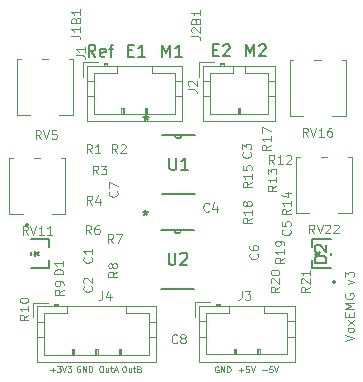
<source format=gbr>
%TF.GenerationSoftware,KiCad,Pcbnew,(5.1.9-0-10_14)*%
%TF.CreationDate,2021-05-07T17:02:22+01:00*%
%TF.ProjectId,EMGSensor3.1,454d4753-656e-4736-9f72-332e312e6b69,rev?*%
%TF.SameCoordinates,Original*%
%TF.FileFunction,Legend,Top*%
%TF.FilePolarity,Positive*%
%FSLAX46Y46*%
G04 Gerber Fmt 4.6, Leading zero omitted, Abs format (unit mm)*
G04 Created by KiCad (PCBNEW (5.1.9-0-10_14)) date 2021-05-07 17:02:22*
%MOMM*%
%LPD*%
G01*
G04 APERTURE LIST*
%ADD10C,0.100000*%
%ADD11C,0.150000*%
%ADD12C,0.152400*%
%ADD13C,0.120000*%
G04 APERTURE END LIST*
D10*
X200274685Y-75022171D02*
X201024685Y-74772171D01*
X200274685Y-74522171D01*
X201024685Y-74165028D02*
X200988971Y-74236457D01*
X200953257Y-74272171D01*
X200881828Y-74307885D01*
X200667542Y-74307885D01*
X200596114Y-74272171D01*
X200560400Y-74236457D01*
X200524685Y-74165028D01*
X200524685Y-74057885D01*
X200560400Y-73986457D01*
X200596114Y-73950742D01*
X200667542Y-73915028D01*
X200881828Y-73915028D01*
X200953257Y-73950742D01*
X200988971Y-73986457D01*
X201024685Y-74057885D01*
X201024685Y-74165028D01*
X201024685Y-73665028D02*
X200524685Y-73272171D01*
X200524685Y-73665028D02*
X201024685Y-73272171D01*
X200631828Y-72986457D02*
X200631828Y-72736457D01*
X201024685Y-72629314D02*
X201024685Y-72986457D01*
X200274685Y-72986457D01*
X200274685Y-72629314D01*
X201024685Y-72307885D02*
X200274685Y-72307885D01*
X200810400Y-72057885D01*
X200274685Y-71807885D01*
X201024685Y-71807885D01*
X200310400Y-71057885D02*
X200274685Y-71129314D01*
X200274685Y-71236457D01*
X200310400Y-71343600D01*
X200381828Y-71415028D01*
X200453257Y-71450742D01*
X200596114Y-71486457D01*
X200703257Y-71486457D01*
X200846114Y-71450742D01*
X200917542Y-71415028D01*
X200988971Y-71343600D01*
X201024685Y-71236457D01*
X201024685Y-71165028D01*
X200988971Y-71057885D01*
X200953257Y-71022171D01*
X200703257Y-71022171D01*
X200703257Y-71165028D01*
X200524685Y-70200742D02*
X201024685Y-70022171D01*
X200524685Y-69843600D01*
X200274685Y-69629314D02*
X200274685Y-69165028D01*
X200560400Y-69415028D01*
X200560400Y-69307885D01*
X200596114Y-69236457D01*
X200631828Y-69200742D01*
X200703257Y-69165028D01*
X200881828Y-69165028D01*
X200953257Y-69200742D01*
X200988971Y-69236457D01*
X201024685Y-69307885D01*
X201024685Y-69522171D01*
X200988971Y-69593600D01*
X200953257Y-69629314D01*
X193286142Y-77505714D02*
X193667095Y-77505714D01*
X194143285Y-77196190D02*
X193905190Y-77196190D01*
X193881380Y-77434285D01*
X193905190Y-77410476D01*
X193952809Y-77386666D01*
X194071857Y-77386666D01*
X194119476Y-77410476D01*
X194143285Y-77434285D01*
X194167095Y-77481904D01*
X194167095Y-77600952D01*
X194143285Y-77648571D01*
X194119476Y-77672380D01*
X194071857Y-77696190D01*
X193952809Y-77696190D01*
X193905190Y-77672380D01*
X193881380Y-77648571D01*
X194309952Y-77196190D02*
X194476619Y-77696190D01*
X194643285Y-77196190D01*
X191304942Y-77505714D02*
X191685895Y-77505714D01*
X191495419Y-77696190D02*
X191495419Y-77315238D01*
X192162085Y-77196190D02*
X191923990Y-77196190D01*
X191900180Y-77434285D01*
X191923990Y-77410476D01*
X191971609Y-77386666D01*
X192090657Y-77386666D01*
X192138276Y-77410476D01*
X192162085Y-77434285D01*
X192185895Y-77481904D01*
X192185895Y-77600952D01*
X192162085Y-77648571D01*
X192138276Y-77672380D01*
X192090657Y-77696190D01*
X191971609Y-77696190D01*
X191923990Y-77672380D01*
X191900180Y-77648571D01*
X192328752Y-77196190D02*
X192495419Y-77696190D01*
X192662085Y-77196190D01*
X189560247Y-77220000D02*
X189512628Y-77196190D01*
X189441200Y-77196190D01*
X189369771Y-77220000D01*
X189322152Y-77267619D01*
X189298342Y-77315238D01*
X189274533Y-77410476D01*
X189274533Y-77481904D01*
X189298342Y-77577142D01*
X189322152Y-77624761D01*
X189369771Y-77672380D01*
X189441200Y-77696190D01*
X189488819Y-77696190D01*
X189560247Y-77672380D01*
X189584057Y-77648571D01*
X189584057Y-77481904D01*
X189488819Y-77481904D01*
X189798342Y-77696190D02*
X189798342Y-77196190D01*
X190084057Y-77696190D01*
X190084057Y-77196190D01*
X190322152Y-77696190D02*
X190322152Y-77196190D01*
X190441200Y-77196190D01*
X190512628Y-77220000D01*
X190560247Y-77267619D01*
X190584057Y-77315238D01*
X190607866Y-77410476D01*
X190607866Y-77481904D01*
X190584057Y-77577142D01*
X190560247Y-77624761D01*
X190512628Y-77672380D01*
X190441200Y-77696190D01*
X190322152Y-77696190D01*
X181552933Y-77196190D02*
X181648171Y-77196190D01*
X181695790Y-77220000D01*
X181743409Y-77267619D01*
X181767219Y-77362857D01*
X181767219Y-77529523D01*
X181743409Y-77624761D01*
X181695790Y-77672380D01*
X181648171Y-77696190D01*
X181552933Y-77696190D01*
X181505314Y-77672380D01*
X181457695Y-77624761D01*
X181433885Y-77529523D01*
X181433885Y-77362857D01*
X181457695Y-77267619D01*
X181505314Y-77220000D01*
X181552933Y-77196190D01*
X182195790Y-77362857D02*
X182195790Y-77696190D01*
X181981504Y-77362857D02*
X181981504Y-77624761D01*
X182005314Y-77672380D01*
X182052933Y-77696190D01*
X182124361Y-77696190D01*
X182171980Y-77672380D01*
X182195790Y-77648571D01*
X182362457Y-77362857D02*
X182552933Y-77362857D01*
X182433885Y-77196190D02*
X182433885Y-77624761D01*
X182457695Y-77672380D01*
X182505314Y-77696190D01*
X182552933Y-77696190D01*
X182886266Y-77434285D02*
X182957695Y-77458095D01*
X182981504Y-77481904D01*
X183005314Y-77529523D01*
X183005314Y-77600952D01*
X182981504Y-77648571D01*
X182957695Y-77672380D01*
X182910076Y-77696190D01*
X182719600Y-77696190D01*
X182719600Y-77196190D01*
X182886266Y-77196190D01*
X182933885Y-77220000D01*
X182957695Y-77243809D01*
X182981504Y-77291428D01*
X182981504Y-77339047D01*
X182957695Y-77386666D01*
X182933885Y-77410476D01*
X182886266Y-77434285D01*
X182719600Y-77434285D01*
X179620147Y-77170790D02*
X179715385Y-77170790D01*
X179763004Y-77194600D01*
X179810623Y-77242219D01*
X179834433Y-77337457D01*
X179834433Y-77504123D01*
X179810623Y-77599361D01*
X179763004Y-77646980D01*
X179715385Y-77670790D01*
X179620147Y-77670790D01*
X179572528Y-77646980D01*
X179524909Y-77599361D01*
X179501100Y-77504123D01*
X179501100Y-77337457D01*
X179524909Y-77242219D01*
X179572528Y-77194600D01*
X179620147Y-77170790D01*
X180263004Y-77337457D02*
X180263004Y-77670790D01*
X180048719Y-77337457D02*
X180048719Y-77599361D01*
X180072528Y-77646980D01*
X180120147Y-77670790D01*
X180191576Y-77670790D01*
X180239195Y-77646980D01*
X180263004Y-77623171D01*
X180429671Y-77337457D02*
X180620147Y-77337457D01*
X180501100Y-77170790D02*
X180501100Y-77599361D01*
X180524909Y-77646980D01*
X180572528Y-77670790D01*
X180620147Y-77670790D01*
X180763004Y-77527933D02*
X181001100Y-77527933D01*
X180715385Y-77670790D02*
X180882052Y-77170790D01*
X181048719Y-77670790D01*
X177850847Y-77194600D02*
X177803228Y-77170790D01*
X177731800Y-77170790D01*
X177660371Y-77194600D01*
X177612752Y-77242219D01*
X177588942Y-77289838D01*
X177565133Y-77385076D01*
X177565133Y-77456504D01*
X177588942Y-77551742D01*
X177612752Y-77599361D01*
X177660371Y-77646980D01*
X177731800Y-77670790D01*
X177779419Y-77670790D01*
X177850847Y-77646980D01*
X177874657Y-77623171D01*
X177874657Y-77456504D01*
X177779419Y-77456504D01*
X178088942Y-77670790D02*
X178088942Y-77170790D01*
X178374657Y-77670790D01*
X178374657Y-77170790D01*
X178612752Y-77670790D02*
X178612752Y-77170790D01*
X178731800Y-77170790D01*
X178803228Y-77194600D01*
X178850847Y-77242219D01*
X178874657Y-77289838D01*
X178898466Y-77385076D01*
X178898466Y-77456504D01*
X178874657Y-77551742D01*
X178850847Y-77599361D01*
X178803228Y-77646980D01*
X178731800Y-77670790D01*
X178612752Y-77670790D01*
X175344247Y-77480314D02*
X175725200Y-77480314D01*
X175534723Y-77670790D02*
X175534723Y-77289838D01*
X175915676Y-77170790D02*
X176225200Y-77170790D01*
X176058533Y-77361266D01*
X176129961Y-77361266D01*
X176177580Y-77385076D01*
X176201390Y-77408885D01*
X176225200Y-77456504D01*
X176225200Y-77575552D01*
X176201390Y-77623171D01*
X176177580Y-77646980D01*
X176129961Y-77670790D01*
X175987104Y-77670790D01*
X175939485Y-77646980D01*
X175915676Y-77623171D01*
X176368057Y-77170790D02*
X176534723Y-77670790D01*
X176701390Y-77170790D01*
X176820438Y-77170790D02*
X177129961Y-77170790D01*
X176963295Y-77361266D01*
X177034723Y-77361266D01*
X177082342Y-77385076D01*
X177106152Y-77408885D01*
X177129961Y-77456504D01*
X177129961Y-77575552D01*
X177106152Y-77623171D01*
X177082342Y-77646980D01*
X177034723Y-77670790D01*
X176891866Y-77670790D01*
X176844247Y-77646980D01*
X176820438Y-77623171D01*
D11*
X191938376Y-50934880D02*
X191938376Y-49934880D01*
X192271709Y-50649166D01*
X192605042Y-49934880D01*
X192605042Y-50934880D01*
X193033614Y-50030119D02*
X193081233Y-49982500D01*
X193176471Y-49934880D01*
X193414566Y-49934880D01*
X193509804Y-49982500D01*
X193557423Y-50030119D01*
X193605042Y-50125357D01*
X193605042Y-50220595D01*
X193557423Y-50363452D01*
X192985995Y-50934880D01*
X193605042Y-50934880D01*
X189123723Y-50411071D02*
X189457057Y-50411071D01*
X189599914Y-50934880D02*
X189123723Y-50934880D01*
X189123723Y-49934880D01*
X189599914Y-49934880D01*
X189980866Y-50030119D02*
X190028485Y-49982500D01*
X190123723Y-49934880D01*
X190361819Y-49934880D01*
X190457057Y-49982500D01*
X190504676Y-50030119D01*
X190552295Y-50125357D01*
X190552295Y-50220595D01*
X190504676Y-50363452D01*
X189933247Y-50934880D01*
X190552295Y-50934880D01*
X184826376Y-50960280D02*
X184826376Y-49960280D01*
X185159709Y-50674566D01*
X185493042Y-49960280D01*
X185493042Y-50960280D01*
X186493042Y-50960280D02*
X185921614Y-50960280D01*
X186207328Y-50960280D02*
X186207328Y-49960280D01*
X186112090Y-50103138D01*
X186016852Y-50198376D01*
X185921614Y-50245995D01*
X181935523Y-50436471D02*
X182268857Y-50436471D01*
X182411714Y-50960280D02*
X181935523Y-50960280D01*
X181935523Y-49960280D01*
X182411714Y-49960280D01*
X183364095Y-50960280D02*
X182792666Y-50960280D01*
X183078380Y-50960280D02*
X183078380Y-49960280D01*
X182983142Y-50103138D01*
X182887904Y-50198376D01*
X182792666Y-50245995D01*
X179160538Y-50973480D02*
X178827204Y-50497290D01*
X178589109Y-50973480D02*
X178589109Y-49973480D01*
X178970061Y-49973480D01*
X179065300Y-50021100D01*
X179112919Y-50068719D01*
X179160538Y-50163957D01*
X179160538Y-50306814D01*
X179112919Y-50402052D01*
X179065300Y-50449671D01*
X178970061Y-50497290D01*
X178589109Y-50497290D01*
X179970061Y-50925861D02*
X179874823Y-50973480D01*
X179684347Y-50973480D01*
X179589109Y-50925861D01*
X179541490Y-50830623D01*
X179541490Y-50449671D01*
X179589109Y-50354433D01*
X179684347Y-50306814D01*
X179874823Y-50306814D01*
X179970061Y-50354433D01*
X180017680Y-50449671D01*
X180017680Y-50544909D01*
X179541490Y-50640147D01*
X180303395Y-50306814D02*
X180684347Y-50306814D01*
X180446252Y-50973480D02*
X180446252Y-50116338D01*
X180493871Y-50021100D01*
X180589109Y-49973480D01*
X180684347Y-49973480D01*
D12*
%TO.C,D2*%
X199072500Y-67754259D02*
X199072500Y-67576941D01*
X199072500Y-66433700D02*
X197472300Y-66433700D01*
X197472300Y-66433700D02*
X197472300Y-67104260D01*
X197472300Y-68897500D02*
X199072500Y-68897500D01*
X197472300Y-68226940D02*
X197472300Y-68897500D01*
X199504300Y-70040500D02*
G75*
G03*
X199504300Y-70040500I-127000J0D01*
G01*
D13*
%TO.C,RV22*%
X200871000Y-59479000D02*
X200871000Y-64219000D01*
X196131000Y-59479000D02*
X196131000Y-64219000D01*
X199741000Y-64219000D02*
X200871000Y-64219000D01*
X196131000Y-64219000D02*
X197261000Y-64219000D01*
X198242000Y-59479000D02*
X198761000Y-59479000D01*
X196131000Y-59479000D02*
X196462000Y-59479000D01*
X200541000Y-59479000D02*
X200871000Y-59479000D01*
%TO.C,J1*%
X178107000Y-51420500D02*
X178107000Y-52670500D01*
X179357000Y-51420500D02*
X178107000Y-51420500D01*
X183467000Y-55830500D02*
X183467000Y-55330500D01*
X183567000Y-55330500D02*
X183567000Y-55830500D01*
X183367000Y-55330500D02*
X183567000Y-55330500D01*
X183367000Y-55830500D02*
X183367000Y-55330500D01*
X181467000Y-55830500D02*
X181467000Y-55330500D01*
X181567000Y-55330500D02*
X181567000Y-55830500D01*
X181367000Y-55330500D02*
X181567000Y-55330500D01*
X181367000Y-55830500D02*
X181367000Y-55330500D01*
X186527000Y-54330500D02*
X185917000Y-54330500D01*
X186527000Y-53030500D02*
X185917000Y-53030500D01*
X178407000Y-54330500D02*
X179017000Y-54330500D01*
X178407000Y-53030500D02*
X179017000Y-53030500D01*
X183967000Y-52330500D02*
X183967000Y-51720500D01*
X185917000Y-52330500D02*
X183967000Y-52330500D01*
X185917000Y-55830500D02*
X185917000Y-52330500D01*
X179017000Y-55830500D02*
X185917000Y-55830500D01*
X179017000Y-52330500D02*
X179017000Y-55830500D01*
X180967000Y-52330500D02*
X179017000Y-52330500D01*
X180967000Y-51720500D02*
X180967000Y-52330500D01*
X180167000Y-51620500D02*
X179867000Y-51620500D01*
X179867000Y-51520500D02*
X179867000Y-51720500D01*
X180167000Y-51520500D02*
X179867000Y-51520500D01*
X180167000Y-51720500D02*
X180167000Y-51520500D01*
X186527000Y-51720500D02*
X178407000Y-51720500D01*
X186527000Y-56440500D02*
X186527000Y-51720500D01*
X178407000Y-56440500D02*
X186527000Y-56440500D01*
X178407000Y-51720500D02*
X178407000Y-56440500D01*
%TO.C,J2*%
X188249500Y-51720500D02*
X188249500Y-56440500D01*
X188249500Y-56440500D02*
X194369500Y-56440500D01*
X194369500Y-56440500D02*
X194369500Y-51720500D01*
X194369500Y-51720500D02*
X188249500Y-51720500D01*
X190009500Y-51720500D02*
X190009500Y-51520500D01*
X190009500Y-51520500D02*
X189709500Y-51520500D01*
X189709500Y-51520500D02*
X189709500Y-51720500D01*
X190009500Y-51620500D02*
X189709500Y-51620500D01*
X190809500Y-51720500D02*
X190809500Y-52330500D01*
X190809500Y-52330500D02*
X188859500Y-52330500D01*
X188859500Y-52330500D02*
X188859500Y-55830500D01*
X188859500Y-55830500D02*
X193759500Y-55830500D01*
X193759500Y-55830500D02*
X193759500Y-52330500D01*
X193759500Y-52330500D02*
X191809500Y-52330500D01*
X191809500Y-52330500D02*
X191809500Y-51720500D01*
X188249500Y-53030500D02*
X188859500Y-53030500D01*
X188249500Y-54330500D02*
X188859500Y-54330500D01*
X194369500Y-53030500D02*
X193759500Y-53030500D01*
X194369500Y-54330500D02*
X193759500Y-54330500D01*
X191209500Y-55830500D02*
X191209500Y-55330500D01*
X191209500Y-55330500D02*
X191409500Y-55330500D01*
X191409500Y-55330500D02*
X191409500Y-55830500D01*
X191309500Y-55830500D02*
X191309500Y-55330500D01*
X189199500Y-51420500D02*
X187949500Y-51420500D01*
X187949500Y-51420500D02*
X187949500Y-52670500D01*
%TO.C,RV5*%
X176919000Y-51198600D02*
X177249000Y-51198600D01*
X172509000Y-51198600D02*
X172840000Y-51198600D01*
X174620000Y-51198600D02*
X175139000Y-51198600D01*
X172509000Y-55938600D02*
X173639000Y-55938600D01*
X176119000Y-55938600D02*
X177249000Y-55938600D01*
X172509000Y-51198600D02*
X172509000Y-55938600D01*
X177249000Y-51198600D02*
X177249000Y-55938600D01*
%TO.C,RV11*%
X176614000Y-59542500D02*
X176614000Y-64282500D01*
X171874000Y-59542500D02*
X171874000Y-64282500D01*
X175484000Y-64282500D02*
X176614000Y-64282500D01*
X171874000Y-64282500D02*
X173004000Y-64282500D01*
X173985000Y-59542500D02*
X174504000Y-59542500D01*
X171874000Y-59542500D02*
X172205000Y-59542500D01*
X176284000Y-59542500D02*
X176614000Y-59542500D01*
%TO.C,RV16*%
X200007600Y-51224000D02*
X200337600Y-51224000D01*
X195597600Y-51224000D02*
X195928600Y-51224000D01*
X197708600Y-51224000D02*
X198227600Y-51224000D01*
X195597600Y-55964000D02*
X196727600Y-55964000D01*
X199207600Y-55964000D02*
X200337600Y-55964000D01*
X195597600Y-51224000D02*
X195597600Y-55964000D01*
X200337600Y-51224000D02*
X200337600Y-55964000D01*
%TO.C,J4*%
X173890600Y-71804000D02*
X173890600Y-73054000D01*
X175140600Y-71804000D02*
X173890600Y-71804000D01*
X181250600Y-76214000D02*
X181250600Y-75714000D01*
X181350600Y-75714000D02*
X181350600Y-76214000D01*
X181150600Y-75714000D02*
X181350600Y-75714000D01*
X181150600Y-76214000D02*
X181150600Y-75714000D01*
X179250600Y-76214000D02*
X179250600Y-75714000D01*
X179350600Y-75714000D02*
X179350600Y-76214000D01*
X179150600Y-75714000D02*
X179350600Y-75714000D01*
X179150600Y-76214000D02*
X179150600Y-75714000D01*
X177250600Y-76214000D02*
X177250600Y-75714000D01*
X177350600Y-75714000D02*
X177350600Y-76214000D01*
X177150600Y-75714000D02*
X177350600Y-75714000D01*
X177150600Y-76214000D02*
X177150600Y-75714000D01*
X184310600Y-74714000D02*
X183700600Y-74714000D01*
X184310600Y-73414000D02*
X183700600Y-73414000D01*
X174190600Y-74714000D02*
X174800600Y-74714000D01*
X174190600Y-73414000D02*
X174800600Y-73414000D01*
X181750600Y-72714000D02*
X181750600Y-72104000D01*
X183700600Y-72714000D02*
X181750600Y-72714000D01*
X183700600Y-76214000D02*
X183700600Y-72714000D01*
X174800600Y-76214000D02*
X183700600Y-76214000D01*
X174800600Y-72714000D02*
X174800600Y-76214000D01*
X176750600Y-72714000D02*
X174800600Y-72714000D01*
X176750600Y-72104000D02*
X176750600Y-72714000D01*
X175950600Y-72004000D02*
X175650600Y-72004000D01*
X175650600Y-71904000D02*
X175650600Y-72104000D01*
X175950600Y-71904000D02*
X175650600Y-71904000D01*
X175950600Y-72104000D02*
X175950600Y-71904000D01*
X184310600Y-72104000D02*
X174190600Y-72104000D01*
X184310600Y-76824000D02*
X184310600Y-72104000D01*
X174190600Y-76824000D02*
X184310600Y-76824000D01*
X174190600Y-72104000D02*
X174190600Y-76824000D01*
%TO.C,J3*%
X187906600Y-72078600D02*
X187906600Y-76798600D01*
X187906600Y-76798600D02*
X196026600Y-76798600D01*
X196026600Y-76798600D02*
X196026600Y-72078600D01*
X196026600Y-72078600D02*
X187906600Y-72078600D01*
X189666600Y-72078600D02*
X189666600Y-71878600D01*
X189666600Y-71878600D02*
X189366600Y-71878600D01*
X189366600Y-71878600D02*
X189366600Y-72078600D01*
X189666600Y-71978600D02*
X189366600Y-71978600D01*
X190466600Y-72078600D02*
X190466600Y-72688600D01*
X190466600Y-72688600D02*
X188516600Y-72688600D01*
X188516600Y-72688600D02*
X188516600Y-76188600D01*
X188516600Y-76188600D02*
X195416600Y-76188600D01*
X195416600Y-76188600D02*
X195416600Y-72688600D01*
X195416600Y-72688600D02*
X193466600Y-72688600D01*
X193466600Y-72688600D02*
X193466600Y-72078600D01*
X187906600Y-73388600D02*
X188516600Y-73388600D01*
X187906600Y-74688600D02*
X188516600Y-74688600D01*
X196026600Y-73388600D02*
X195416600Y-73388600D01*
X196026600Y-74688600D02*
X195416600Y-74688600D01*
X190866600Y-76188600D02*
X190866600Y-75688600D01*
X190866600Y-75688600D02*
X191066600Y-75688600D01*
X191066600Y-75688600D02*
X191066600Y-76188600D01*
X190966600Y-76188600D02*
X190966600Y-75688600D01*
X192866600Y-76188600D02*
X192866600Y-75688600D01*
X192866600Y-75688600D02*
X193066600Y-75688600D01*
X193066600Y-75688600D02*
X193066600Y-76188600D01*
X192966600Y-76188600D02*
X192966600Y-75688600D01*
X188856600Y-71778600D02*
X187606600Y-71778600D01*
X187606600Y-71778600D02*
X187606600Y-73028600D01*
D12*
%TO.C,D1*%
X173494700Y-65265300D02*
G75*
G03*
X173494700Y-65265300I-127000J0D01*
G01*
X175272700Y-67078860D02*
X175272700Y-66408300D01*
X175272700Y-66408300D02*
X173672500Y-66408300D01*
X175272700Y-68872100D02*
X175272700Y-68201540D01*
X173672500Y-68872100D02*
X175272700Y-68872100D01*
X173672500Y-67551541D02*
X173672500Y-67728859D01*
%TO.C,U1*%
X187555653Y-57594500D02*
X184808347Y-57594500D01*
X184808347Y-62598300D02*
X187555653Y-62598300D01*
X185877200Y-57594500D02*
G75*
G03*
X186486800Y-57594500I304800J0D01*
G01*
%TO.C,U2*%
X184744847Y-70637400D02*
X187492153Y-70637400D01*
X187492153Y-65633600D02*
X184744847Y-65633600D01*
X185813700Y-65633600D02*
G75*
G03*
X186423300Y-65633600I304800J0D01*
G01*
%TO.C,D2*%
D11*
X198724780Y-68403695D02*
X197724780Y-68403695D01*
X197724780Y-68165600D01*
X197772400Y-68022742D01*
X197867638Y-67927504D01*
X197962876Y-67879885D01*
X198153352Y-67832266D01*
X198296209Y-67832266D01*
X198486685Y-67879885D01*
X198581923Y-67927504D01*
X198677161Y-68022742D01*
X198724780Y-68165600D01*
X198724780Y-68403695D01*
X197820019Y-67451314D02*
X197772400Y-67403695D01*
X197724780Y-67308457D01*
X197724780Y-67070361D01*
X197772400Y-66975123D01*
X197820019Y-66927504D01*
X197915257Y-66879885D01*
X198010495Y-66879885D01*
X198153352Y-66927504D01*
X198724780Y-67498933D01*
X198724780Y-66879885D01*
X197724780Y-67665600D02*
X197962876Y-67665600D01*
X197867638Y-67903695D02*
X197962876Y-67665600D01*
X197867638Y-67427504D01*
X198153352Y-67808457D02*
X197962876Y-67665600D01*
X198153352Y-67522742D01*
%TO.C,R9*%
D10*
X176462885Y-70686200D02*
X176105742Y-70936200D01*
X176462885Y-71114771D02*
X175712885Y-71114771D01*
X175712885Y-70829057D01*
X175748600Y-70757628D01*
X175784314Y-70721914D01*
X175855742Y-70686200D01*
X175962885Y-70686200D01*
X176034314Y-70721914D01*
X176070028Y-70757628D01*
X176105742Y-70829057D01*
X176105742Y-71114771D01*
X176462885Y-70329057D02*
X176462885Y-70186200D01*
X176427171Y-70114771D01*
X176391457Y-70079057D01*
X176284314Y-70007628D01*
X176141457Y-69971914D01*
X175855742Y-69971914D01*
X175784314Y-70007628D01*
X175748600Y-70043342D01*
X175712885Y-70114771D01*
X175712885Y-70257628D01*
X175748600Y-70329057D01*
X175784314Y-70364771D01*
X175855742Y-70400485D01*
X176034314Y-70400485D01*
X176105742Y-70364771D01*
X176141457Y-70329057D01*
X176177171Y-70257628D01*
X176177171Y-70114771D01*
X176141457Y-70043342D01*
X176105742Y-70007628D01*
X176034314Y-69971914D01*
%TO.C,RV22*%
X197696428Y-65939285D02*
X197446428Y-65582142D01*
X197267857Y-65939285D02*
X197267857Y-65189285D01*
X197553571Y-65189285D01*
X197625000Y-65225000D01*
X197660714Y-65260714D01*
X197696428Y-65332142D01*
X197696428Y-65439285D01*
X197660714Y-65510714D01*
X197625000Y-65546428D01*
X197553571Y-65582142D01*
X197267857Y-65582142D01*
X197910714Y-65189285D02*
X198160714Y-65939285D01*
X198410714Y-65189285D01*
X198625000Y-65260714D02*
X198660714Y-65225000D01*
X198732142Y-65189285D01*
X198910714Y-65189285D01*
X198982142Y-65225000D01*
X199017857Y-65260714D01*
X199053571Y-65332142D01*
X199053571Y-65403571D01*
X199017857Y-65510714D01*
X198589285Y-65939285D01*
X199053571Y-65939285D01*
X199339285Y-65260714D02*
X199375000Y-65225000D01*
X199446428Y-65189285D01*
X199625000Y-65189285D01*
X199696428Y-65225000D01*
X199732142Y-65260714D01*
X199767857Y-65332142D01*
X199767857Y-65403571D01*
X199732142Y-65510714D01*
X199303571Y-65939285D01*
X199767857Y-65939285D01*
%TO.C,C5*%
X195617857Y-65625000D02*
X195653571Y-65660714D01*
X195689285Y-65767857D01*
X195689285Y-65839285D01*
X195653571Y-65946428D01*
X195582142Y-66017857D01*
X195510714Y-66053571D01*
X195367857Y-66089285D01*
X195260714Y-66089285D01*
X195117857Y-66053571D01*
X195046428Y-66017857D01*
X194975000Y-65946428D01*
X194939285Y-65839285D01*
X194939285Y-65767857D01*
X194975000Y-65660714D01*
X195010714Y-65625000D01*
X194939285Y-64946428D02*
X194939285Y-65303571D01*
X195296428Y-65339285D01*
X195260714Y-65303571D01*
X195225000Y-65232142D01*
X195225000Y-65053571D01*
X195260714Y-64982142D01*
X195296428Y-64946428D01*
X195367857Y-64910714D01*
X195546428Y-64910714D01*
X195617857Y-64946428D01*
X195653571Y-64982142D01*
X195689285Y-65053571D01*
X195689285Y-65232142D01*
X195653571Y-65303571D01*
X195617857Y-65339285D01*
%TO.C,C8*%
X186075000Y-75167857D02*
X186039285Y-75203571D01*
X185932142Y-75239285D01*
X185860714Y-75239285D01*
X185753571Y-75203571D01*
X185682142Y-75132142D01*
X185646428Y-75060714D01*
X185610714Y-74917857D01*
X185610714Y-74810714D01*
X185646428Y-74667857D01*
X185682142Y-74596428D01*
X185753571Y-74525000D01*
X185860714Y-74489285D01*
X185932142Y-74489285D01*
X186039285Y-74525000D01*
X186075000Y-74560714D01*
X186503571Y-74810714D02*
X186432142Y-74775000D01*
X186396428Y-74739285D01*
X186360714Y-74667857D01*
X186360714Y-74632142D01*
X186396428Y-74560714D01*
X186432142Y-74525000D01*
X186503571Y-74489285D01*
X186646428Y-74489285D01*
X186717857Y-74525000D01*
X186753571Y-74560714D01*
X186789285Y-74632142D01*
X186789285Y-74667857D01*
X186753571Y-74739285D01*
X186717857Y-74775000D01*
X186646428Y-74810714D01*
X186503571Y-74810714D01*
X186432142Y-74846428D01*
X186396428Y-74882142D01*
X186360714Y-74953571D01*
X186360714Y-75096428D01*
X186396428Y-75167857D01*
X186432142Y-75203571D01*
X186503571Y-75239285D01*
X186646428Y-75239285D01*
X186717857Y-75203571D01*
X186753571Y-75167857D01*
X186789285Y-75096428D01*
X186789285Y-74953571D01*
X186753571Y-74882142D01*
X186717857Y-74846428D01*
X186646428Y-74810714D01*
%TO.C,J1*%
X177528985Y-50872200D02*
X178064700Y-50872200D01*
X178171842Y-50907914D01*
X178243271Y-50979342D01*
X178278985Y-51086485D01*
X178278985Y-51157914D01*
X178278985Y-50122200D02*
X178278985Y-50550771D01*
X178278985Y-50336485D02*
X177528985Y-50336485D01*
X177636128Y-50407914D01*
X177707557Y-50479342D01*
X177743271Y-50550771D01*
%TO.C,J2*%
X186989285Y-53750000D02*
X187525000Y-53750000D01*
X187632142Y-53785714D01*
X187703571Y-53857142D01*
X187739285Y-53964285D01*
X187739285Y-54035714D01*
X187060714Y-53428571D02*
X187025000Y-53392857D01*
X186989285Y-53321428D01*
X186989285Y-53142857D01*
X187025000Y-53071428D01*
X187060714Y-53035714D01*
X187132142Y-53000000D01*
X187203571Y-53000000D01*
X187310714Y-53035714D01*
X187739285Y-53464285D01*
X187739285Y-53000000D01*
%TO.C,R1*%
X178875000Y-59139285D02*
X178625000Y-58782142D01*
X178446428Y-59139285D02*
X178446428Y-58389285D01*
X178732142Y-58389285D01*
X178803571Y-58425000D01*
X178839285Y-58460714D01*
X178875000Y-58532142D01*
X178875000Y-58639285D01*
X178839285Y-58710714D01*
X178803571Y-58746428D01*
X178732142Y-58782142D01*
X178446428Y-58782142D01*
X179589285Y-59139285D02*
X179160714Y-59139285D01*
X179375000Y-59139285D02*
X179375000Y-58389285D01*
X179303571Y-58496428D01*
X179232142Y-58567857D01*
X179160714Y-58603571D01*
%TO.C,R2*%
X181017500Y-59139285D02*
X180767500Y-58782142D01*
X180588928Y-59139285D02*
X180588928Y-58389285D01*
X180874642Y-58389285D01*
X180946071Y-58425000D01*
X180981785Y-58460714D01*
X181017500Y-58532142D01*
X181017500Y-58639285D01*
X180981785Y-58710714D01*
X180946071Y-58746428D01*
X180874642Y-58782142D01*
X180588928Y-58782142D01*
X181303214Y-58460714D02*
X181338928Y-58425000D01*
X181410357Y-58389285D01*
X181588928Y-58389285D01*
X181660357Y-58425000D01*
X181696071Y-58460714D01*
X181731785Y-58532142D01*
X181731785Y-58603571D01*
X181696071Y-58710714D01*
X181267500Y-59139285D01*
X181731785Y-59139285D01*
%TO.C,R3*%
X179375000Y-60939285D02*
X179125000Y-60582142D01*
X178946428Y-60939285D02*
X178946428Y-60189285D01*
X179232142Y-60189285D01*
X179303571Y-60225000D01*
X179339285Y-60260714D01*
X179375000Y-60332142D01*
X179375000Y-60439285D01*
X179339285Y-60510714D01*
X179303571Y-60546428D01*
X179232142Y-60582142D01*
X178946428Y-60582142D01*
X179625000Y-60189285D02*
X180089285Y-60189285D01*
X179839285Y-60475000D01*
X179946428Y-60475000D01*
X180017857Y-60510714D01*
X180053571Y-60546428D01*
X180089285Y-60617857D01*
X180089285Y-60796428D01*
X180053571Y-60867857D01*
X180017857Y-60903571D01*
X179946428Y-60939285D01*
X179732142Y-60939285D01*
X179660714Y-60903571D01*
X179625000Y-60867857D01*
%TO.C,R6*%
X178795000Y-65989285D02*
X178545000Y-65632142D01*
X178366428Y-65989285D02*
X178366428Y-65239285D01*
X178652142Y-65239285D01*
X178723571Y-65275000D01*
X178759285Y-65310714D01*
X178795000Y-65382142D01*
X178795000Y-65489285D01*
X178759285Y-65560714D01*
X178723571Y-65596428D01*
X178652142Y-65632142D01*
X178366428Y-65632142D01*
X179437857Y-65239285D02*
X179295000Y-65239285D01*
X179223571Y-65275000D01*
X179187857Y-65310714D01*
X179116428Y-65417857D01*
X179080714Y-65560714D01*
X179080714Y-65846428D01*
X179116428Y-65917857D01*
X179152142Y-65953571D01*
X179223571Y-65989285D01*
X179366428Y-65989285D01*
X179437857Y-65953571D01*
X179473571Y-65917857D01*
X179509285Y-65846428D01*
X179509285Y-65667857D01*
X179473571Y-65596428D01*
X179437857Y-65560714D01*
X179366428Y-65525000D01*
X179223571Y-65525000D01*
X179152142Y-65560714D01*
X179116428Y-65596428D01*
X179080714Y-65667857D01*
%TO.C,R7*%
X180675000Y-66739285D02*
X180425000Y-66382142D01*
X180246428Y-66739285D02*
X180246428Y-65989285D01*
X180532142Y-65989285D01*
X180603571Y-66025000D01*
X180639285Y-66060714D01*
X180675000Y-66132142D01*
X180675000Y-66239285D01*
X180639285Y-66310714D01*
X180603571Y-66346428D01*
X180532142Y-66382142D01*
X180246428Y-66382142D01*
X180925000Y-65989285D02*
X181425000Y-65989285D01*
X181103571Y-66739285D01*
%TO.C,R8*%
X181009485Y-69164600D02*
X180652342Y-69414600D01*
X181009485Y-69593171D02*
X180259485Y-69593171D01*
X180259485Y-69307457D01*
X180295200Y-69236028D01*
X180330914Y-69200314D01*
X180402342Y-69164600D01*
X180509485Y-69164600D01*
X180580914Y-69200314D01*
X180616628Y-69236028D01*
X180652342Y-69307457D01*
X180652342Y-69593171D01*
X180580914Y-68736028D02*
X180545200Y-68807457D01*
X180509485Y-68843171D01*
X180438057Y-68878885D01*
X180402342Y-68878885D01*
X180330914Y-68843171D01*
X180295200Y-68807457D01*
X180259485Y-68736028D01*
X180259485Y-68593171D01*
X180295200Y-68521742D01*
X180330914Y-68486028D01*
X180402342Y-68450314D01*
X180438057Y-68450314D01*
X180509485Y-68486028D01*
X180545200Y-68521742D01*
X180580914Y-68593171D01*
X180580914Y-68736028D01*
X180616628Y-68807457D01*
X180652342Y-68843171D01*
X180723771Y-68878885D01*
X180866628Y-68878885D01*
X180938057Y-68843171D01*
X180973771Y-68807457D01*
X181009485Y-68736028D01*
X181009485Y-68593171D01*
X180973771Y-68521742D01*
X180938057Y-68486028D01*
X180866628Y-68450314D01*
X180723771Y-68450314D01*
X180652342Y-68486028D01*
X180616628Y-68521742D01*
X180580914Y-68593171D01*
%TO.C,R10*%
X173491085Y-72821342D02*
X173133942Y-73071342D01*
X173491085Y-73249914D02*
X172741085Y-73249914D01*
X172741085Y-72964200D01*
X172776800Y-72892771D01*
X172812514Y-72857057D01*
X172883942Y-72821342D01*
X172991085Y-72821342D01*
X173062514Y-72857057D01*
X173098228Y-72892771D01*
X173133942Y-72964200D01*
X173133942Y-73249914D01*
X173491085Y-72107057D02*
X173491085Y-72535628D01*
X173491085Y-72321342D02*
X172741085Y-72321342D01*
X172848228Y-72392771D01*
X172919657Y-72464200D01*
X172955371Y-72535628D01*
X172741085Y-71642771D02*
X172741085Y-71571342D01*
X172776800Y-71499914D01*
X172812514Y-71464200D01*
X172883942Y-71428485D01*
X173026800Y-71392771D01*
X173205371Y-71392771D01*
X173348228Y-71428485D01*
X173419657Y-71464200D01*
X173455371Y-71499914D01*
X173491085Y-71571342D01*
X173491085Y-71642771D01*
X173455371Y-71714200D01*
X173419657Y-71749914D01*
X173348228Y-71785628D01*
X173205371Y-71821342D01*
X173026800Y-71821342D01*
X172883942Y-71785628D01*
X172812514Y-71749914D01*
X172776800Y-71714200D01*
X172741085Y-71642771D01*
%TO.C,R12*%
X194317857Y-60039285D02*
X194067857Y-59682142D01*
X193889285Y-60039285D02*
X193889285Y-59289285D01*
X194175000Y-59289285D01*
X194246428Y-59325000D01*
X194282142Y-59360714D01*
X194317857Y-59432142D01*
X194317857Y-59539285D01*
X194282142Y-59610714D01*
X194246428Y-59646428D01*
X194175000Y-59682142D01*
X193889285Y-59682142D01*
X195032142Y-60039285D02*
X194603571Y-60039285D01*
X194817857Y-60039285D02*
X194817857Y-59289285D01*
X194746428Y-59396428D01*
X194675000Y-59467857D01*
X194603571Y-59503571D01*
X195317857Y-59360714D02*
X195353571Y-59325000D01*
X195425000Y-59289285D01*
X195603571Y-59289285D01*
X195675000Y-59325000D01*
X195710714Y-59360714D01*
X195746428Y-59432142D01*
X195746428Y-59503571D01*
X195710714Y-59610714D01*
X195282142Y-60039285D01*
X195746428Y-60039285D01*
%TO.C,R13*%
X194489285Y-61882142D02*
X194132142Y-62132142D01*
X194489285Y-62310714D02*
X193739285Y-62310714D01*
X193739285Y-62025000D01*
X193775000Y-61953571D01*
X193810714Y-61917857D01*
X193882142Y-61882142D01*
X193989285Y-61882142D01*
X194060714Y-61917857D01*
X194096428Y-61953571D01*
X194132142Y-62025000D01*
X194132142Y-62310714D01*
X194489285Y-61167857D02*
X194489285Y-61596428D01*
X194489285Y-61382142D02*
X193739285Y-61382142D01*
X193846428Y-61453571D01*
X193917857Y-61525000D01*
X193953571Y-61596428D01*
X193739285Y-60917857D02*
X193739285Y-60453571D01*
X194025000Y-60703571D01*
X194025000Y-60596428D01*
X194060714Y-60525000D01*
X194096428Y-60489285D01*
X194167857Y-60453571D01*
X194346428Y-60453571D01*
X194417857Y-60489285D01*
X194453571Y-60525000D01*
X194489285Y-60596428D01*
X194489285Y-60810714D01*
X194453571Y-60882142D01*
X194417857Y-60917857D01*
%TO.C,R14*%
X195689285Y-63880542D02*
X195332142Y-64130542D01*
X195689285Y-64309114D02*
X194939285Y-64309114D01*
X194939285Y-64023400D01*
X194975000Y-63951971D01*
X195010714Y-63916257D01*
X195082142Y-63880542D01*
X195189285Y-63880542D01*
X195260714Y-63916257D01*
X195296428Y-63951971D01*
X195332142Y-64023400D01*
X195332142Y-64309114D01*
X195689285Y-63166257D02*
X195689285Y-63594828D01*
X195689285Y-63380542D02*
X194939285Y-63380542D01*
X195046428Y-63451971D01*
X195117857Y-63523400D01*
X195153571Y-63594828D01*
X195189285Y-62523400D02*
X195689285Y-62523400D01*
X194903571Y-62701971D02*
X195439285Y-62880542D01*
X195439285Y-62416257D01*
%TO.C,R15*%
X192389285Y-61582142D02*
X192032142Y-61832142D01*
X192389285Y-62010714D02*
X191639285Y-62010714D01*
X191639285Y-61725000D01*
X191675000Y-61653571D01*
X191710714Y-61617857D01*
X191782142Y-61582142D01*
X191889285Y-61582142D01*
X191960714Y-61617857D01*
X191996428Y-61653571D01*
X192032142Y-61725000D01*
X192032142Y-62010714D01*
X192389285Y-60867857D02*
X192389285Y-61296428D01*
X192389285Y-61082142D02*
X191639285Y-61082142D01*
X191746428Y-61153571D01*
X191817857Y-61225000D01*
X191853571Y-61296428D01*
X191639285Y-60189285D02*
X191639285Y-60546428D01*
X191996428Y-60582142D01*
X191960714Y-60546428D01*
X191925000Y-60475000D01*
X191925000Y-60296428D01*
X191960714Y-60225000D01*
X191996428Y-60189285D01*
X192067857Y-60153571D01*
X192246428Y-60153571D01*
X192317857Y-60189285D01*
X192353571Y-60225000D01*
X192389285Y-60296428D01*
X192389285Y-60475000D01*
X192353571Y-60546428D01*
X192317857Y-60582142D01*
%TO.C,R17*%
X193989285Y-58432142D02*
X193632142Y-58682142D01*
X193989285Y-58860714D02*
X193239285Y-58860714D01*
X193239285Y-58575000D01*
X193275000Y-58503571D01*
X193310714Y-58467857D01*
X193382142Y-58432142D01*
X193489285Y-58432142D01*
X193560714Y-58467857D01*
X193596428Y-58503571D01*
X193632142Y-58575000D01*
X193632142Y-58860714D01*
X193989285Y-57717857D02*
X193989285Y-58146428D01*
X193989285Y-57932142D02*
X193239285Y-57932142D01*
X193346428Y-58003571D01*
X193417857Y-58075000D01*
X193453571Y-58146428D01*
X193239285Y-57467857D02*
X193239285Y-56967857D01*
X193989285Y-57289285D01*
%TO.C,R18*%
X192389285Y-64632142D02*
X192032142Y-64882142D01*
X192389285Y-65060714D02*
X191639285Y-65060714D01*
X191639285Y-64775000D01*
X191675000Y-64703571D01*
X191710714Y-64667857D01*
X191782142Y-64632142D01*
X191889285Y-64632142D01*
X191960714Y-64667857D01*
X191996428Y-64703571D01*
X192032142Y-64775000D01*
X192032142Y-65060714D01*
X192389285Y-63917857D02*
X192389285Y-64346428D01*
X192389285Y-64132142D02*
X191639285Y-64132142D01*
X191746428Y-64203571D01*
X191817857Y-64275000D01*
X191853571Y-64346428D01*
X191960714Y-63489285D02*
X191925000Y-63560714D01*
X191889285Y-63596428D01*
X191817857Y-63632142D01*
X191782142Y-63632142D01*
X191710714Y-63596428D01*
X191675000Y-63560714D01*
X191639285Y-63489285D01*
X191639285Y-63346428D01*
X191675000Y-63275000D01*
X191710714Y-63239285D01*
X191782142Y-63203571D01*
X191817857Y-63203571D01*
X191889285Y-63239285D01*
X191925000Y-63275000D01*
X191960714Y-63346428D01*
X191960714Y-63489285D01*
X191996428Y-63560714D01*
X192032142Y-63596428D01*
X192103571Y-63632142D01*
X192246428Y-63632142D01*
X192317857Y-63596428D01*
X192353571Y-63560714D01*
X192389285Y-63489285D01*
X192389285Y-63346428D01*
X192353571Y-63275000D01*
X192317857Y-63239285D01*
X192246428Y-63203571D01*
X192103571Y-63203571D01*
X192032142Y-63239285D01*
X191996428Y-63275000D01*
X191960714Y-63346428D01*
%TO.C,R19*%
X195139285Y-67982142D02*
X194782142Y-68232142D01*
X195139285Y-68410714D02*
X194389285Y-68410714D01*
X194389285Y-68125000D01*
X194425000Y-68053571D01*
X194460714Y-68017857D01*
X194532142Y-67982142D01*
X194639285Y-67982142D01*
X194710714Y-68017857D01*
X194746428Y-68053571D01*
X194782142Y-68125000D01*
X194782142Y-68410714D01*
X195139285Y-67267857D02*
X195139285Y-67696428D01*
X195139285Y-67482142D02*
X194389285Y-67482142D01*
X194496428Y-67553571D01*
X194567857Y-67625000D01*
X194603571Y-67696428D01*
X195139285Y-66910714D02*
X195139285Y-66767857D01*
X195103571Y-66696428D01*
X195067857Y-66660714D01*
X194960714Y-66589285D01*
X194817857Y-66553571D01*
X194532142Y-66553571D01*
X194460714Y-66589285D01*
X194425000Y-66625000D01*
X194389285Y-66696428D01*
X194389285Y-66839285D01*
X194425000Y-66910714D01*
X194460714Y-66946428D01*
X194532142Y-66982142D01*
X194710714Y-66982142D01*
X194782142Y-66946428D01*
X194817857Y-66910714D01*
X194853571Y-66839285D01*
X194853571Y-66696428D01*
X194817857Y-66625000D01*
X194782142Y-66589285D01*
X194710714Y-66553571D01*
%TO.C,R20*%
X194739285Y-70462142D02*
X194382142Y-70712142D01*
X194739285Y-70890714D02*
X193989285Y-70890714D01*
X193989285Y-70605000D01*
X194025000Y-70533571D01*
X194060714Y-70497857D01*
X194132142Y-70462142D01*
X194239285Y-70462142D01*
X194310714Y-70497857D01*
X194346428Y-70533571D01*
X194382142Y-70605000D01*
X194382142Y-70890714D01*
X194060714Y-70176428D02*
X194025000Y-70140714D01*
X193989285Y-70069285D01*
X193989285Y-69890714D01*
X194025000Y-69819285D01*
X194060714Y-69783571D01*
X194132142Y-69747857D01*
X194203571Y-69747857D01*
X194310714Y-69783571D01*
X194739285Y-70212142D01*
X194739285Y-69747857D01*
X193989285Y-69283571D02*
X193989285Y-69212142D01*
X194025000Y-69140714D01*
X194060714Y-69105000D01*
X194132142Y-69069285D01*
X194275000Y-69033571D01*
X194453571Y-69033571D01*
X194596428Y-69069285D01*
X194667857Y-69105000D01*
X194703571Y-69140714D01*
X194739285Y-69212142D01*
X194739285Y-69283571D01*
X194703571Y-69355000D01*
X194667857Y-69390714D01*
X194596428Y-69426428D01*
X194453571Y-69462142D01*
X194275000Y-69462142D01*
X194132142Y-69426428D01*
X194060714Y-69390714D01*
X194025000Y-69355000D01*
X193989285Y-69283571D01*
%TO.C,R21*%
X197289285Y-70462142D02*
X196932142Y-70712142D01*
X197289285Y-70890714D02*
X196539285Y-70890714D01*
X196539285Y-70605000D01*
X196575000Y-70533571D01*
X196610714Y-70497857D01*
X196682142Y-70462142D01*
X196789285Y-70462142D01*
X196860714Y-70497857D01*
X196896428Y-70533571D01*
X196932142Y-70605000D01*
X196932142Y-70890714D01*
X196610714Y-70176428D02*
X196575000Y-70140714D01*
X196539285Y-70069285D01*
X196539285Y-69890714D01*
X196575000Y-69819285D01*
X196610714Y-69783571D01*
X196682142Y-69747857D01*
X196753571Y-69747857D01*
X196860714Y-69783571D01*
X197289285Y-70212142D01*
X197289285Y-69747857D01*
X197289285Y-69033571D02*
X197289285Y-69462142D01*
X197289285Y-69247857D02*
X196539285Y-69247857D01*
X196646428Y-69319285D01*
X196717857Y-69390714D01*
X196753571Y-69462142D01*
%TO.C,RV5*%
X174521471Y-57946485D02*
X174271471Y-57589342D01*
X174092900Y-57946485D02*
X174092900Y-57196485D01*
X174378614Y-57196485D01*
X174450042Y-57232200D01*
X174485757Y-57267914D01*
X174521471Y-57339342D01*
X174521471Y-57446485D01*
X174485757Y-57517914D01*
X174450042Y-57553628D01*
X174378614Y-57589342D01*
X174092900Y-57589342D01*
X174735757Y-57196485D02*
X174985757Y-57946485D01*
X175235757Y-57196485D01*
X175842900Y-57196485D02*
X175485757Y-57196485D01*
X175450042Y-57553628D01*
X175485757Y-57517914D01*
X175557185Y-57482200D01*
X175735757Y-57482200D01*
X175807185Y-57517914D01*
X175842900Y-57553628D01*
X175878614Y-57625057D01*
X175878614Y-57803628D01*
X175842900Y-57875057D01*
X175807185Y-57910771D01*
X175735757Y-57946485D01*
X175557185Y-57946485D01*
X175485757Y-57910771D01*
X175450042Y-57875057D01*
%TO.C,RV11*%
X173440428Y-66039285D02*
X173190428Y-65682142D01*
X173011857Y-66039285D02*
X173011857Y-65289285D01*
X173297571Y-65289285D01*
X173369000Y-65325000D01*
X173404714Y-65360714D01*
X173440428Y-65432142D01*
X173440428Y-65539285D01*
X173404714Y-65610714D01*
X173369000Y-65646428D01*
X173297571Y-65682142D01*
X173011857Y-65682142D01*
X173654714Y-65289285D02*
X173904714Y-66039285D01*
X174154714Y-65289285D01*
X174797571Y-66039285D02*
X174369000Y-66039285D01*
X174583285Y-66039285D02*
X174583285Y-65289285D01*
X174511857Y-65396428D01*
X174440428Y-65467857D01*
X174369000Y-65503571D01*
X175511857Y-66039285D02*
X175083285Y-66039285D01*
X175297571Y-66039285D02*
X175297571Y-65289285D01*
X175226142Y-65396428D01*
X175154714Y-65467857D01*
X175083285Y-65503571D01*
%TO.C,RV16*%
X197146428Y-57739285D02*
X196896428Y-57382142D01*
X196717857Y-57739285D02*
X196717857Y-56989285D01*
X197003571Y-56989285D01*
X197075000Y-57025000D01*
X197110714Y-57060714D01*
X197146428Y-57132142D01*
X197146428Y-57239285D01*
X197110714Y-57310714D01*
X197075000Y-57346428D01*
X197003571Y-57382142D01*
X196717857Y-57382142D01*
X197360714Y-56989285D02*
X197610714Y-57739285D01*
X197860714Y-56989285D01*
X198503571Y-57739285D02*
X198075000Y-57739285D01*
X198289285Y-57739285D02*
X198289285Y-56989285D01*
X198217857Y-57096428D01*
X198146428Y-57167857D01*
X198075000Y-57203571D01*
X199146428Y-56989285D02*
X199003571Y-56989285D01*
X198932142Y-57025000D01*
X198896428Y-57060714D01*
X198825000Y-57167857D01*
X198789285Y-57310714D01*
X198789285Y-57596428D01*
X198825000Y-57667857D01*
X198860714Y-57703571D01*
X198932142Y-57739285D01*
X199075000Y-57739285D01*
X199146428Y-57703571D01*
X199182142Y-57667857D01*
X199217857Y-57596428D01*
X199217857Y-57417857D01*
X199182142Y-57346428D01*
X199146428Y-57310714D01*
X199075000Y-57275000D01*
X198932142Y-57275000D01*
X198860714Y-57310714D01*
X198825000Y-57346428D01*
X198789285Y-57417857D01*
%TO.C,R4*%
X178875000Y-63489285D02*
X178625000Y-63132142D01*
X178446428Y-63489285D02*
X178446428Y-62739285D01*
X178732142Y-62739285D01*
X178803571Y-62775000D01*
X178839285Y-62810714D01*
X178875000Y-62882142D01*
X178875000Y-62989285D01*
X178839285Y-63060714D01*
X178803571Y-63096428D01*
X178732142Y-63132142D01*
X178446428Y-63132142D01*
X179517857Y-62989285D02*
X179517857Y-63489285D01*
X179339285Y-62703571D02*
X179160714Y-63239285D01*
X179625000Y-63239285D01*
%TO.C,J4*%
X179750000Y-70839285D02*
X179750000Y-71375000D01*
X179714285Y-71482142D01*
X179642857Y-71553571D01*
X179535714Y-71589285D01*
X179464285Y-71589285D01*
X180428571Y-71089285D02*
X180428571Y-71589285D01*
X180250000Y-70803571D02*
X180071428Y-71339285D01*
X180535714Y-71339285D01*
%TO.C,C1*%
X178817857Y-67943000D02*
X178853571Y-67978714D01*
X178889285Y-68085857D01*
X178889285Y-68157285D01*
X178853571Y-68264428D01*
X178782142Y-68335857D01*
X178710714Y-68371571D01*
X178567857Y-68407285D01*
X178460714Y-68407285D01*
X178317857Y-68371571D01*
X178246428Y-68335857D01*
X178175000Y-68264428D01*
X178139285Y-68157285D01*
X178139285Y-68085857D01*
X178175000Y-67978714D01*
X178210714Y-67943000D01*
X178889285Y-67228714D02*
X178889285Y-67657285D01*
X178889285Y-67443000D02*
X178139285Y-67443000D01*
X178246428Y-67514428D01*
X178317857Y-67585857D01*
X178353571Y-67657285D01*
%TO.C,C6*%
X192865057Y-67643600D02*
X192900771Y-67679314D01*
X192936485Y-67786457D01*
X192936485Y-67857885D01*
X192900771Y-67965028D01*
X192829342Y-68036457D01*
X192757914Y-68072171D01*
X192615057Y-68107885D01*
X192507914Y-68107885D01*
X192365057Y-68072171D01*
X192293628Y-68036457D01*
X192222200Y-67965028D01*
X192186485Y-67857885D01*
X192186485Y-67786457D01*
X192222200Y-67679314D01*
X192257914Y-67643600D01*
X192186485Y-67000742D02*
X192186485Y-67143600D01*
X192222200Y-67215028D01*
X192257914Y-67250742D01*
X192365057Y-67322171D01*
X192507914Y-67357885D01*
X192793628Y-67357885D01*
X192865057Y-67322171D01*
X192900771Y-67286457D01*
X192936485Y-67215028D01*
X192936485Y-67072171D01*
X192900771Y-67000742D01*
X192865057Y-66965028D01*
X192793628Y-66929314D01*
X192615057Y-66929314D01*
X192543628Y-66965028D01*
X192507914Y-67000742D01*
X192472200Y-67072171D01*
X192472200Y-67215028D01*
X192507914Y-67286457D01*
X192543628Y-67322171D01*
X192615057Y-67357885D01*
%TO.C,C2*%
X178817857Y-70419500D02*
X178853571Y-70455214D01*
X178889285Y-70562357D01*
X178889285Y-70633785D01*
X178853571Y-70740928D01*
X178782142Y-70812357D01*
X178710714Y-70848071D01*
X178567857Y-70883785D01*
X178460714Y-70883785D01*
X178317857Y-70848071D01*
X178246428Y-70812357D01*
X178175000Y-70740928D01*
X178139285Y-70633785D01*
X178139285Y-70562357D01*
X178175000Y-70455214D01*
X178210714Y-70419500D01*
X178210714Y-70133785D02*
X178175000Y-70098071D01*
X178139285Y-70026642D01*
X178139285Y-69848071D01*
X178175000Y-69776642D01*
X178210714Y-69740928D01*
X178282142Y-69705214D01*
X178353571Y-69705214D01*
X178460714Y-69740928D01*
X178889285Y-70169500D01*
X178889285Y-69705214D01*
%TO.C,C3*%
X192267857Y-59075000D02*
X192303571Y-59110714D01*
X192339285Y-59217857D01*
X192339285Y-59289285D01*
X192303571Y-59396428D01*
X192232142Y-59467857D01*
X192160714Y-59503571D01*
X192017857Y-59539285D01*
X191910714Y-59539285D01*
X191767857Y-59503571D01*
X191696428Y-59467857D01*
X191625000Y-59396428D01*
X191589285Y-59289285D01*
X191589285Y-59217857D01*
X191625000Y-59110714D01*
X191660714Y-59075000D01*
X191589285Y-58825000D02*
X191589285Y-58360714D01*
X191875000Y-58610714D01*
X191875000Y-58503571D01*
X191910714Y-58432142D01*
X191946428Y-58396428D01*
X192017857Y-58360714D01*
X192196428Y-58360714D01*
X192267857Y-58396428D01*
X192303571Y-58432142D01*
X192339285Y-58503571D01*
X192339285Y-58717857D01*
X192303571Y-58789285D01*
X192267857Y-58825000D01*
%TO.C,C4*%
X188775000Y-64017857D02*
X188739285Y-64053571D01*
X188632142Y-64089285D01*
X188560714Y-64089285D01*
X188453571Y-64053571D01*
X188382142Y-63982142D01*
X188346428Y-63910714D01*
X188310714Y-63767857D01*
X188310714Y-63660714D01*
X188346428Y-63517857D01*
X188382142Y-63446428D01*
X188453571Y-63375000D01*
X188560714Y-63339285D01*
X188632142Y-63339285D01*
X188739285Y-63375000D01*
X188775000Y-63410714D01*
X189417857Y-63589285D02*
X189417857Y-64089285D01*
X189239285Y-63303571D02*
X189060714Y-63839285D01*
X189525000Y-63839285D01*
%TO.C,C7*%
X180967857Y-62375000D02*
X181003571Y-62410714D01*
X181039285Y-62517857D01*
X181039285Y-62589285D01*
X181003571Y-62696428D01*
X180932142Y-62767857D01*
X180860714Y-62803571D01*
X180717857Y-62839285D01*
X180610714Y-62839285D01*
X180467857Y-62803571D01*
X180396428Y-62767857D01*
X180325000Y-62696428D01*
X180289285Y-62589285D01*
X180289285Y-62517857D01*
X180325000Y-62410714D01*
X180360714Y-62375000D01*
X180289285Y-62125000D02*
X180289285Y-61625000D01*
X181039285Y-61946428D01*
%TO.C,J3*%
X191540000Y-70788485D02*
X191540000Y-71324200D01*
X191504285Y-71431342D01*
X191432857Y-71502771D01*
X191325714Y-71538485D01*
X191254285Y-71538485D01*
X191825714Y-70788485D02*
X192290000Y-70788485D01*
X192040000Y-71074200D01*
X192147142Y-71074200D01*
X192218571Y-71109914D01*
X192254285Y-71145628D01*
X192290000Y-71217057D01*
X192290000Y-71395628D01*
X192254285Y-71467057D01*
X192218571Y-71502771D01*
X192147142Y-71538485D01*
X191932857Y-71538485D01*
X191861428Y-71502771D01*
X191825714Y-71467057D01*
%TO.C,J1B1*%
X177135285Y-49191342D02*
X177671000Y-49191342D01*
X177778142Y-49227057D01*
X177849571Y-49298485D01*
X177885285Y-49405628D01*
X177885285Y-49477057D01*
X177885285Y-48441342D02*
X177885285Y-48869914D01*
X177885285Y-48655628D02*
X177135285Y-48655628D01*
X177242428Y-48727057D01*
X177313857Y-48798485D01*
X177349571Y-48869914D01*
X177492428Y-47869914D02*
X177528142Y-47762771D01*
X177563857Y-47727057D01*
X177635285Y-47691342D01*
X177742428Y-47691342D01*
X177813857Y-47727057D01*
X177849571Y-47762771D01*
X177885285Y-47834200D01*
X177885285Y-48119914D01*
X177135285Y-48119914D01*
X177135285Y-47869914D01*
X177171000Y-47798485D01*
X177206714Y-47762771D01*
X177278142Y-47727057D01*
X177349571Y-47727057D01*
X177421000Y-47762771D01*
X177456714Y-47798485D01*
X177492428Y-47869914D01*
X177492428Y-48119914D01*
X177885285Y-46977057D02*
X177885285Y-47405628D01*
X177885285Y-47191342D02*
X177135285Y-47191342D01*
X177242428Y-47262771D01*
X177313857Y-47334200D01*
X177349571Y-47405628D01*
%TO.C,J2B1*%
X187295285Y-49242142D02*
X187831000Y-49242142D01*
X187938142Y-49277857D01*
X188009571Y-49349285D01*
X188045285Y-49456428D01*
X188045285Y-49527857D01*
X187366714Y-48920714D02*
X187331000Y-48885000D01*
X187295285Y-48813571D01*
X187295285Y-48635000D01*
X187331000Y-48563571D01*
X187366714Y-48527857D01*
X187438142Y-48492142D01*
X187509571Y-48492142D01*
X187616714Y-48527857D01*
X188045285Y-48956428D01*
X188045285Y-48492142D01*
X187652428Y-47920714D02*
X187688142Y-47813571D01*
X187723857Y-47777857D01*
X187795285Y-47742142D01*
X187902428Y-47742142D01*
X187973857Y-47777857D01*
X188009571Y-47813571D01*
X188045285Y-47885000D01*
X188045285Y-48170714D01*
X187295285Y-48170714D01*
X187295285Y-47920714D01*
X187331000Y-47849285D01*
X187366714Y-47813571D01*
X187438142Y-47777857D01*
X187509571Y-47777857D01*
X187581000Y-47813571D01*
X187616714Y-47849285D01*
X187652428Y-47920714D01*
X187652428Y-48170714D01*
X188045285Y-47027857D02*
X188045285Y-47456428D01*
X188045285Y-47242142D02*
X187295285Y-47242142D01*
X187402428Y-47313571D01*
X187473857Y-47385000D01*
X187509571Y-47456428D01*
%TO.C,D1*%
X176412085Y-69387571D02*
X175662085Y-69387571D01*
X175662085Y-69209000D01*
X175697800Y-69101857D01*
X175769228Y-69030428D01*
X175840657Y-68994714D01*
X175983514Y-68959000D01*
X176090657Y-68959000D01*
X176233514Y-68994714D01*
X176304942Y-69030428D01*
X176376371Y-69101857D01*
X176412085Y-69209000D01*
X176412085Y-69387571D01*
X176412085Y-68244714D02*
X176412085Y-68673285D01*
X176412085Y-68459000D02*
X175662085Y-68459000D01*
X175769228Y-68530428D01*
X175840657Y-68601857D01*
X175876371Y-68673285D01*
D11*
X173924980Y-67640200D02*
X174163076Y-67640200D01*
X174067838Y-67878295D02*
X174163076Y-67640200D01*
X174067838Y-67402104D01*
X174353552Y-67783057D02*
X174163076Y-67640200D01*
X174353552Y-67497342D01*
%TO.C,U1*%
X185420095Y-59548780D02*
X185420095Y-60358304D01*
X185467714Y-60453542D01*
X185515333Y-60501161D01*
X185610571Y-60548780D01*
X185801047Y-60548780D01*
X185896285Y-60501161D01*
X185943904Y-60453542D01*
X185991523Y-60358304D01*
X185991523Y-59548780D01*
X186991523Y-60548780D02*
X186420095Y-60548780D01*
X186705809Y-60548780D02*
X186705809Y-59548780D01*
X186610571Y-59691638D01*
X186515333Y-59786876D01*
X186420095Y-59834495D01*
X183464200Y-55941980D02*
X183464200Y-56180076D01*
X183226104Y-56084838D02*
X183464200Y-56180076D01*
X183702295Y-56084838D01*
X183321342Y-56370552D02*
X183464200Y-56180076D01*
X183607057Y-56370552D01*
X183464200Y-55941980D02*
X183464200Y-56180076D01*
X183226104Y-56084838D02*
X183464200Y-56180076D01*
X183702295Y-56084838D01*
X183321342Y-56370552D02*
X183464200Y-56180076D01*
X183607057Y-56370552D01*
%TO.C,U2*%
X185356595Y-67587880D02*
X185356595Y-68397404D01*
X185404214Y-68492642D01*
X185451833Y-68540261D01*
X185547071Y-68587880D01*
X185737547Y-68587880D01*
X185832785Y-68540261D01*
X185880404Y-68492642D01*
X185928023Y-68397404D01*
X185928023Y-67587880D01*
X186356595Y-67683119D02*
X186404214Y-67635500D01*
X186499452Y-67587880D01*
X186737547Y-67587880D01*
X186832785Y-67635500D01*
X186880404Y-67683119D01*
X186928023Y-67778357D01*
X186928023Y-67873595D01*
X186880404Y-68016452D01*
X186308976Y-68587880D01*
X186928023Y-68587880D01*
X183400700Y-63981080D02*
X183400700Y-64219176D01*
X183162604Y-64123938D02*
X183400700Y-64219176D01*
X183638795Y-64123938D01*
X183257842Y-64409652D02*
X183400700Y-64219176D01*
X183543557Y-64409652D01*
X183400700Y-63981080D02*
X183400700Y-64219176D01*
X183162604Y-64123938D02*
X183400700Y-64219176D01*
X183638795Y-64123938D01*
X183257842Y-64409652D02*
X183400700Y-64219176D01*
X183543557Y-64409652D01*
%TD*%
M02*

</source>
